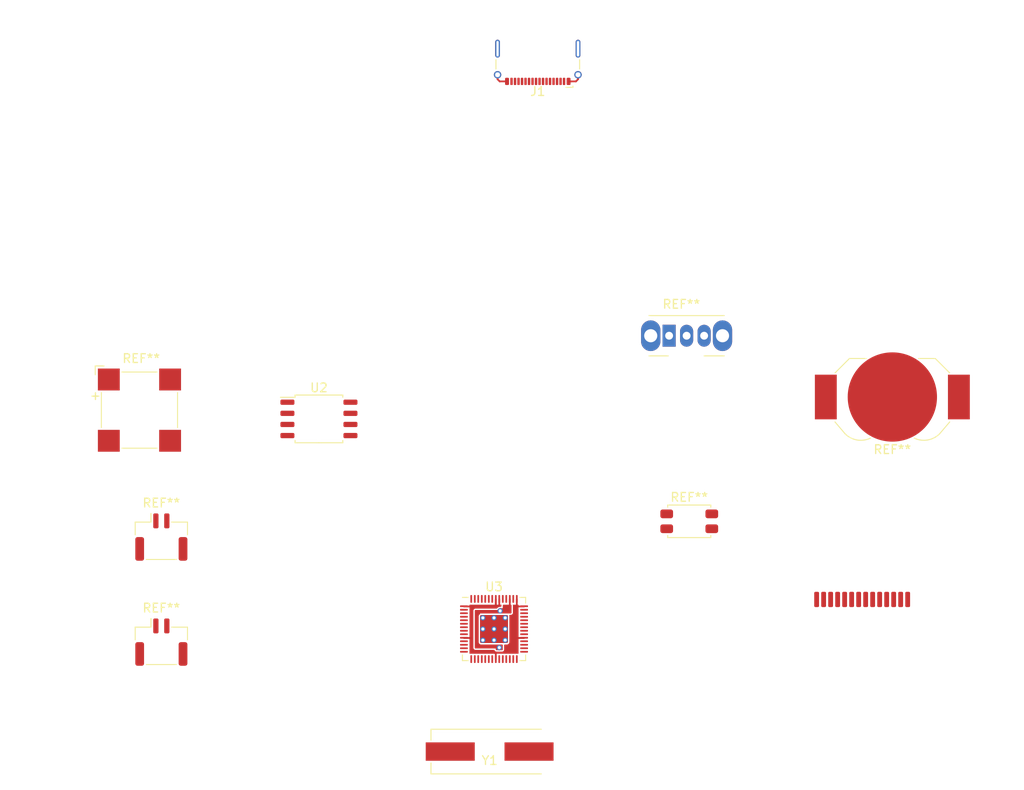
<source format=kicad_pcb>
(kicad_pcb (version 20241229) (generator "pcbnew") (generator_version "9.0")
  (layers (0 "F.Cu" signal) (2 "B.Cu" signal) (13 "F.Paste" user) (15 "B.Paste" user) (5 "F.SilkS" user "F.Silkscreen") (7 "B.SilkS" user "B.Silkscreen") (1 "F.Mask" user) (3 "B.Mask" user) (25 "Edge.Cuts" user))
  (net 0 "")
  (net 1 "+1V1")
  (net 2 "+3V3")
  (footprint "Connector_JST:JST_GH_SM02B-GHS-TB_1x02-1MP_P1.25mm_Horizontal" (layer "F.Cu") (at 127.5 79)
    (property "Reference" "REF**" (at 0 -3.9 0) (layer "F.SilkS"))
    (property "Value" "JST_GH_SM02B-GHS-TB_1x02-1MP_P1.25mm_Horizontal" (hide yes))
    (fp_line (start -2.985 -1.71) (end -1.185 -1.71) (stroke (width 0.12)) (layer "F.SilkS"))
    (fp_line (start -2.985 -0.26) (end -2.985 -1.71) (stroke (width 0.12)) (layer "F.SilkS"))
    (fp_line (start -1.715 2.56) (end 1.715 2.56) (stroke (width 0.12)) (layer "F.SilkS"))
    (fp_line (start -1.185 -1.71) (end -1.185 -2.7) (stroke (width 0.12)) (layer "F.SilkS"))
    (fp_line (start 2.985 -1.71) (end 1.185 -1.71) (stroke (width 0.12)) (layer "F.SilkS"))
    (fp_line (start 2.985 -0.26) (end 2.985 -1.71) (stroke (width 0.12)) (layer "F.SilkS"))
    (pad "1" smd roundrect (at -0.625 -1.85) (size 0.6 1.7) (layers "F.Cu" "F.Mask" "F.Paste"))
    (pad "2" smd roundrect (at 0.625 -1.85) (size 0.6 1.7) (layers "F.Cu" "F.Mask" "F.Paste"))
    (pad "MP" smd roundrect (at -2.475 1.35) (size 1 2.7) (layers "F.Cu" "F.Mask" "F.Paste"))
    (pad "MP" smd roundrect (at 2.475 1.35) (size 1 2.7) (layers "F.Cu" "F.Mask" "F.Paste"))
  )
  (footprint "custom:ST7735_P0.8mm" (layer "F.Cu") (at 207.5 71.5)
    (property "Reference" "REF**" (hide yes))
    (property "Value" "ST7735_P0.8mm")
    (pad "1" smd roundrect (at -5.15 14.625 90) (size 1.75 0.55) (layers "F.Cu" "F.Mask" "F.Paste"))
    (pad "2" smd roundrect (at -4.35 14.625 90) (size 1.75 0.55) (layers "F.Cu" "F.Mask" "F.Paste"))
    (pad "3" smd roundrect (at -3.55 14.625 90) (size 1.75 0.55) (layers "F.Cu" "F.Mask" "F.Paste"))
    (pad "4" smd roundrect (at -2.75 14.625 90) (size 1.75 0.55) (layers "F.Cu" "F.Mask" "F.Paste"))
    (pad "5" smd roundrect (at -1.95 14.625 90) (size 1.75 0.55) (layers "F.Cu" "F.Mask" "F.Paste"))
    (pad "6" smd roundrect (at -1.15 14.625 90) (size 1.75 0.55) (layers "F.Cu" "F.Mask" "F.Paste"))
    (pad "7" smd roundrect (at -0.35 14.625 90) (size 1.75 0.55) (layers "F.Cu" "F.Mask" "F.Paste"))
    (pad "8" smd roundrect (at 0.45 14.625 90) (size 1.75 0.55) (layers "F.Cu" "F.Mask" "F.Paste"))
    (pad "9" smd roundrect (at 1.25 14.625 90) (size 1.75 0.55) (layers "F.Cu" "F.Mask" "F.Paste"))
    (pad "10" smd roundrect (at 2.05 14.625 90) (size 1.75 0.55) (layers "F.Cu" "F.Mask" "F.Paste"))
    (pad "11" smd roundrect (at 2.85 14.625 90) (size 1.75 0.55) (layers "F.Cu" "F.Mask" "F.Paste"))
    (pad "12" smd roundrect (at 3.65 14.625 90) (size 1.75 0.55) (layers "F.Cu" "F.Mask" "F.Paste"))
    (pad "13" smd roundrect (at 4.45 14.625 90) (size 1.75 0.55) (layers "F.Cu" "F.Mask" "F.Paste"))
    (pad "14" smd roundrect (at 5.25 14.625 90) (size 1.75 0.55) (layers "F.Cu" "F.Mask" "F.Paste"))
  )
  (footprint "Buzzer_Beeper:MagneticBuzzer_CUI_CMT-8504-100-SMT" (layer "F.Cu") (at 125 64.5)
    (property "Reference" "REF**" (at 0.2 -5.9 0) (layer "F.SilkS"))
    (property "Value" "MagneticBuzzer_CUI_CMT-8504-100-SMT")
    (fp_line (start -5.05 -5.05) (end -4.05 -5.05) (stroke (width 0.12)) (layer "F.SilkS"))
    (fp_line (start -5.05 -4.05) (end -5.05 -5.05) (stroke (width 0.12)) (layer "F.SilkS"))
    (fp_line (start -4.35 -2) (end -4.35 2) (stroke (width 0.12)) (layer "F.SilkS"))
    (fp_line (start -2 4.35) (end 2 4.35) (stroke (width 0.12)) (layer "F.SilkS"))
    (fp_line (start 2 -4.35) (end -2 -4.35) (stroke (width 0.12)) (layer "F.SilkS"))
    (fp_line (start 4.35 2) (end 4.35 -2) (stroke (width 0.12)) (layer "F.SilkS"))
    (fp_text user "+" (at -5.1 -1.6 270) (layer "F.SilkS"))
    (pad "1" smd rect (at -3.5 -3.5 270) (size 2.5 2.5) (layers "F.Cu" "F.Mask" "F.Paste"))
    (pad "2" smd rect (at -3.5 3.5 270) (size 2.5 2.5) (layers "F.Cu" "F.Mask" "F.Paste"))
    (pad "3" smd rect (at 3.5 3.5 270) (size 2.5 2.5) (layers "F.Cu" "F.Mask" "F.Paste"))
    (pad "4" smd rect (at 3.5 -3.5 270) (size 2.5 2.5) (layers "F.Cu" "F.Mask" "F.Paste"))
  )
  (footprint "Button_Switch_THT:SW_Slide_SPDT_Angled_CK_OS102011MA1Q" (layer "F.Cu") (at 185.5 56)
    (property "Reference" "REF**" (at 1.4 -3.6 0) (layer "F.SilkS"))
    (property "Value" "SW_Slide_SPDT_Angled_CK_OS102011MA1Q")
    (fp_line (start -2.3 -2.3) (end 6.3 -2.3) (stroke (width 0.12)) (layer "F.SilkS"))
    (fp_line (start -2.3 2.3) (end -0.1 2.3) (stroke (width 0.12)) (layer "F.SilkS"))
    (fp_line (start 4 2.3) (end 6.3 2.3) (stroke (width 0.12)) (layer "F.SilkS"))
    (pad "" thru_hole oval (at -2.1 0) (size 2.2 3.5) (drill 1.5) (layers "*.Cu" "*.Mask"))
    (pad "" thru_hole oval (at 6.1 0) (size 2.2 3.5) (drill 1.5) (layers "*.Cu" "*.Mask"))
    (pad "1" thru_hole rect (at 0 0) (size 1.5 2.5) (drill 0.9) (layers "*.Cu" "*.Mask"))
    (pad "2" thru_hole oval (at 2 0) (size 1.5 2.5) (drill 0.9) (layers "*.Cu" "*.Mask"))
    (pad "3" thru_hole oval (at 4 0) (size 1.5 2.5) (drill 0.9) (layers "*.Cu" "*.Mask"))
  )
  (footprint "RP2040_minimal:Crystal_SMD_HC49-US" (layer "F.Cu") (at 165 103.5)
    (property "Reference" "Y1" (at 0 1.016 0) (layer "F.SilkS"))
    (property "Value" "ABLS-12.000MHZ-B4-T")
    (fp_line (start -6.7 -2.55) (end -6.7 -1.3) (stroke (width 0.12)) (layer "F.SilkS"))
    (fp_line (start -6.7 1.3) (end -6.7 2.55) (stroke (width 0.12)) (layer "F.SilkS"))
    (fp_line (start -6.7 2.55) (end 5.9 2.55) (stroke (width 0.12)) (layer "F.SilkS"))
    (fp_line (start 5.9 -2.55) (end -6.7 -2.55) (stroke (width 0.12)) (layer "F.SilkS"))
    (pad "1" smd rect (at -4.5 0) (size 5.6 2.1) (layers "F.Cu" "F.Mask" "F.Paste"))
    (pad "2" smd rect (at 4.5 0) (size 5.6 2.1) (layers "F.Cu" "F.Mask" "F.Paste"))
  )
  (footprint "Connector_USB:USB_C_Receptacle_G-Switch_GT-USB-7025" (layer "F.Cu") (at 170.5 23.5 180)
    (property "Reference" "J1" (at 0 -4.6 0) (layer "F.SilkS"))
    (property "Value" "USB_C_Receptacle_G-Switch_GT-USB-7025")
    (fp_line (start 4.78 -0.97) (end 4.78 -2.03) (stroke (width 0.12)) (layer "F.SilkS"))
    (fp_line (start -3.21 -4.13) (end -4.01 -4.13) (stroke (width 0.12)) (layer "F.SilkS"))
    (fp_line (start -4.01 -4.13) (end -4.01 -3.98) (stroke (width 0.12)) (layer "F.SilkS"))
    (fp_line (start -4.78 -2.03) (end -4.78 -0.97) (stroke (width 0.12)) (layer "F.SilkS"))
    (pad "A1" smd roundrect (at -3 -3.45 180) (size 0.28 0.83) (layers "F.Cu" "F.Mask" "F.Paste"))
    (pad "A4" smd roundrect (at -2.2 -3.45 180) (size 0.28 0.83) (layers "F.Cu" "F.Mask" "F.Paste"))
    (pad "A5" smd roundrect (at -1.4 -3.45 180) (size 0.28 0.83) (layers "F.Cu" "F.Mask" "F.Paste"))
    (pad "A6" smd roundrect (at -0.6 -3.45 180) (size 0.28 0.83) (layers "F.Cu" "F.Mask" "F.Paste"))
    (pad "A7" smd roundrect (at -0.2 -3.45 180) (size 0.28 0.83) (layers "F.Cu" "F.Mask" "F.Paste"))
    (pad "A8" smd roundrect (at 0.2 -3.45 180) (size 0.28 0.83) (layers "F.Cu" "F.Mask" "F.Paste"))
    (pad "A9" smd roundrect (at 1.8 -3.45 180) (size 0.28 0.83) (layers "F.Cu" "F.Mask" "F.Paste"))
    (pad "A12" smd roundrect (at 2.6 -3.45 180) (size 0.28 0.83) (layers "F.Cu" "F.Mask" "F.Paste"))
    (pad "B1" smd roundrect (at 3 -3.45 180) (size 0.28 0.83) (layers "F.Cu" "F.Mask" "F.Paste"))
    (pad "B4" smd roundrect (at 2.2 -3.45 180) (size 0.28 0.83) (layers "F.Cu" "F.Mask" "F.Paste"))
    (pad "B5" smd roundrect (at 1.4 -3.45 180) (size 0.28 0.83) (layers "F.Cu" "F.Mask" "F.Paste"))
    (pad "B6" smd roundrect (at 1 -3.45 180) (size 0.28 0.83) (layers "F.Cu" "F.Mask" "F.Paste"))
    (pad "B7" smd roundrect (at 0.6 -3.45 180) (size 0.28 0.83) (layers "F.Cu" "F.Mask" "F.Paste"))
    (pad "B8" smd roundrect (at -1 -3.45 180) (size 0.28 0.83) (layers "F.Cu" "F.Mask" "F.Paste"))
    (pad "B9" smd roundrect (at -1.8 -3.45 180) (size 0.28 0.83) (layers "F.Cu" "F.Mask" "F.Paste"))
    (pad "B12" smd roundrect (at -2.6 -3.45 180) (size 0.28 0.83) (layers "F.Cu" "F.Mask" "F.Paste"))
    (pad "GND" smd roundrect (at -3.515 -3.45 180) (size 0.45 0.83) (layers "F.Cu" "F.Mask" "F.Paste"))
    (pad "GND" smd roundrect (at 3.515 -3.45 180) (size 0.45 0.83) (layers "F.Cu" "F.Mask" "F.Paste"))
    (pad "S1" thru_hole circle (at -4.595 -2.69 180) (size 0.85 0.85) (drill 0.55) (property pad_prop_heatsink) (layers "*.Cu" "*.Mask"))
    (pad "S1" thru_hole oval (at -4.595 0.29 180) (size 0.55 2.05) (drill oval 0.25 1.75) (property pad_prop_heatsink) (layers "*.Cu" "*.Mask"))
    (pad "S1" thru_hole circle (at 4.595 -2.69 180) (size 0.85 0.85) (drill 0.55) (property pad_prop_heatsink) (layers "*.Cu" "*.Mask"))
    (pad "S1" thru_hole oval (at 4.595 0.29 180) (size 0.55 2.05) (drill oval 0.25 1.75) (property pad_prop_heatsink) (layers "*.Cu" "*.Mask"))
  )
  (footprint "Connector_JST:JST_GH_SM02B-GHS-TB_1x02-1MP_P1.25mm_Horizontal" (layer "F.Cu") (at 127.5 91)
    (property "Reference" "REF**" (at 0 -3.9 0) (layer "F.SilkS"))
    (property "Value" "JST_GH_SM02B-GHS-TB_1x02-1MP_P1.25mm_Horizontal" (hide yes))
    (fp_line (start -2.985 -1.71) (end -1.185 -1.71) (stroke (width 0.12)) (layer "F.SilkS"))
    (fp_line (start -2.985 -0.26) (end -2.985 -1.71) (stroke (width 0.12)) (layer "F.SilkS"))
    (fp_line (start -1.715 2.56) (end 1.715 2.56) (stroke (width 0.12)) (layer "F.SilkS"))
    (fp_line (start -1.185 -1.71) (end -1.185 -2.7) (stroke (width 0.12)) (layer "F.SilkS"))
    (fp_line (start 2.985 -1.71) (end 1.185 -1.71) (stroke (width 0.12)) (layer "F.SilkS"))
    (fp_line (start 2.985 -0.26) (end 2.985 -1.71) (stroke (width 0.12)) (layer "F.SilkS"))
    (pad "1" smd roundrect (at -0.625 -1.85) (size 0.6 1.7) (layers "F.Cu" "F.Mask" "F.Paste"))
    (pad "2" smd roundrect (at 0.625 -1.85) (size 0.6 1.7) (layers "F.Cu" "F.Mask" "F.Paste"))
    (pad "MP" smd roundrect (at -2.475 1.35) (size 1 2.7) (layers "F.Cu" "F.Mask" "F.Paste"))
    (pad "MP" smd roundrect (at 2.475 1.35) (size 1 2.7) (layers "F.Cu" "F.Mask" "F.Paste"))
  )
  (footprint "Button_Switch_SMD:SW_SPST_EVQP2_MiddlePushTravel_H2.5mm" (layer "F.Cu") (at 187.8 77.2)
    (property "Reference" "REF**" (at 0 -2.75 0) (layer "F.SilkS"))
    (property "Value" "SW_SPST_EVQP2_MiddlePushTravel_H2.5mm")
    (fp_line (start -2.46 -1.86) (end -2.46 -1.61) (stroke (width 0.12)) (layer "F.SilkS"))
    (fp_line (start -2.46 1.61) (end -2.46 1.86) (stroke (width 0.12)) (layer "F.SilkS"))
    (fp_line (start -2.46 1.86) (end 2.46 1.86) (stroke (width 0.12)) (layer "F.SilkS"))
    (fp_line (start 2.46 -1.86) (end -2.46 -1.86) (stroke (width 0.12)) (layer "F.SilkS"))
    (fp_line (start 2.46 -1.86) (end 2.46 -1.61) (stroke (width 0.12)) (layer "F.SilkS"))
    (fp_line (start 2.46 1.61) (end 2.46 1.86) (stroke (width 0.12)) (layer "F.SilkS"))
    (pad "1" smd roundrect (at -2.575 -0.85) (size 1.45 1) (layers "F.Cu" "F.Mask" "F.Paste"))
    (pad "1" smd roundrect (at 2.575 -0.85) (size 1.45 1) (layers "F.Cu" "F.Mask" "F.Paste"))
    (pad "2" smd roundrect (at -2.575 0.85) (size 1.45 1) (layers "F.Cu" "F.Mask" "F.Paste"))
    (pad "2" smd roundrect (at 2.575 0.85) (size 1.45 1) (layers "F.Cu" "F.Mask" "F.Paste"))
  )
  (footprint "RP2040_minimal:RP2040-QFN-56" (layer "F.Cu") (at 165.5 89.5)
    (property "Reference" "U3" (at 0 -4.82 0) (layer "F.SilkS"))
    (property "Value" "RP2040")
    (fp_line (start -3.61 3.61) (end -3.61 2.96) (stroke (width 0.12)) (layer "F.SilkS"))
    (fp_line (start -2.96 -3.61) (end -3.61 -3.61) (stroke (width 0.12)) (layer "F.SilkS"))
    (fp_line (start -2.96 3.61) (end -3.61 3.61) (stroke (width 0.12)) (layer "F.SilkS"))
    (fp_line (start 2.96 -3.61) (end 3.61 -3.61) (stroke (width 0.12)) (layer "F.SilkS"))
    (fp_line (start 2.96 3.61) (end 3.61 3.61) (stroke (width 0.12)) (layer "F.SilkS"))
    (fp_line (start 3.61 -3.61) (end 3.61 -2.96) (stroke (width 0.12)) (layer "F.SilkS"))
    (fp_line (start 3.61 3.61) (end 3.61 2.96) (stroke (width 0.12)) (layer "F.SilkS"))
    (pad "1" smd roundrect (at -3.4375 -2.6) (size 0.875 0.2) (layers "F.Cu" "F.Mask" "F.Paste"))
    (pad "2" smd roundrect (at -3.4375 -2.2) (size 0.875 0.2) (layers "F.Cu" "F.Mask" "F.Paste"))
    (pad "3" smd roundrect (at -3.4375 -1.8) (size 0.875 0.2) (layers "F.Cu" "F.Mask" "F.Paste"))
    (pad "4" smd roundrect (at -3.4375 -1.4) (size 0.875 0.2) (layers "F.Cu" "F.Mask" "F.Paste"))
    (pad "5" smd roundrect (at -3.4375 -1) (size 0.875 0.2) (layers "F.Cu" "F.Mask" "F.Paste"))
    (pad "6" smd roundrect (at -3.4375 -0.6) (size 0.875 0.2) (layers "F.Cu" "F.Mask" "F.Paste"))
    (pad "7" smd roundrect (at -3.4375 -0.2) (size 0.875 0.2) (layers "F.Cu" "F.Mask" "F.Paste"))
    (pad "8" smd roundrect (at -3.4375 0.2) (size 0.875 0.2) (layers "F.Cu" "F.Mask" "F.Paste"))
    (pad "9" smd roundrect (at -3.4375 0.6) (size 0.875 0.2) (layers "F.Cu" "F.Mask" "F.Paste"))
    (pad "10" smd roundrect (at -3.4375 1) (size 0.875 0.2) (layers "F.Cu" "F.Mask" "F.Paste"))
    (pad "11" smd roundrect (at -3.4375 1.4) (size 0.875 0.2) (layers "F.Cu" "F.Mask" "F.Paste"))
    (pad "12" smd roundrect (at -3.4375 1.8) (size 0.875 0.2) (layers "F.Cu" "F.Mask" "F.Paste"))
    (pad "13" smd roundrect (at -3.4375 2.2) (size 0.875 0.2) (layers "F.Cu" "F.Mask" "F.Paste"))
    (pad "14" smd roundrect (at -3.4375 2.6) (size 0.875 0.2) (layers "F.Cu" "F.Mask" "F.Paste"))
    (pad "15" smd roundrect (at -2.6 3.4375) (size 0.2 0.875) (layers "F.Cu" "F.Mask" "F.Paste"))
    (pad "16" smd roundrect (at -2.2 3.4375) (size 0.2 0.875) (layers "F.Cu" "F.Mask" "F.Paste"))
    (pad "17" smd roundrect (at -1.8 3.4375) (size 0.2 0.875) (layers "F.Cu" "F.Mask" "F.Paste"))
    (pad "18" smd roundrect (at -1.4 3.4375) (size 0.2 0.875) (layers "F.Cu" "F.Mask" "F.Paste"))
    (pad "19" smd roundrect (at -1 3.4375) (size 0.2 0.875) (layers "F.Cu" "F.Mask" "F.Paste"))
    (pad "20" smd roundrect (at -0.6 3.4375) (size 0.2 0.875) (layers "F.Cu" "F.Mask" "F.Paste"))
    (pad "21" smd roundrect (at -0.2 3.4375) (size 0.2 0.875) (layers "F.Cu" "F.Mask" "F.Paste"))
    (pad "22" smd roundrect (at 0.2 3.4375) (size 0.2 0.875) (layers "F.Cu" "F.Mask" "F.Paste"))
    (pad "23" smd roundrect (at 0.6 3.4375) (size 0.2 0.875) (layers "F.Cu" "F.Mask" "F.Paste"))
    (pad "24" smd roundrect (at 1 3.4375) (size 0.2 0.875) (layers "F.Cu" "F.Mask" "F.Paste"))
    (pad "25" smd roundrect (at 1.4 3.4375) (size 0.2 0.875) (layers "F.Cu" "F.Mask" "F.Paste"))
    (pad "26" smd roundrect (at 1.8 3.4375) (size 0.2 0.875) (layers "F.Cu" "F.Mask" "F.Paste"))
    (pad "27" smd roundrect (at 2.2 3.4375) (size 0.2 0.875) (layers "F.Cu" "F.Mask" "F.Paste"))
    (pad "28" smd roundrect (at 2.6 3.4375) (size 0.2 0.875) (layers "F.Cu" "F.Mask" "F.Paste"))
    (pad "29" smd roundrect (at 3.4375 2.6) (size 0.875 0.2) (layers "F.Cu" "F.Mask" "F.Paste"))
    (pad "30" smd roundrect (at 3.4375 2.2) (size 0.875 0.2) (layers "F.Cu" "F.Mask" "F.Paste"))
    (pad "31" smd roundrect (at 3.4375 1.8) (size 0.875 0.2) (layers "F.Cu" "F.Mask" "F.Paste"))
    (pad "32" smd roundrect (at 3.4375 1.4) (size 0.875 0.2) (layers "F.Cu" "F.Mask" "F.Paste"))
    (pad "33" smd roundrect (at 3.4375 1) (size 0.875 0.2) (layers "F.Cu" "F.Mask" "F.Paste"))
    (pad "34" smd roundrect (at 3.4375 0.6) (size 0.875 0.2) (layers "F.Cu" "F.Mask" "F.Paste"))
    (pad "35" smd roundrect (at 3.4375 0.2) (size 0.875 0.2) (layers "F.Cu" "F.Mask" "F.Paste"))
    (pad "36" smd roundrect (at 3.4375 -0.2) (size 0.875 0.2) (layers "F.Cu" "F.Mask" "F.Paste"))
    (pad "37" smd roundrect (at 3.4375 -0.6) (size 0.875 0.2) (layers "F.Cu" "F.Mask" "F.Paste"))
    (pad "38" smd roundrect (at 3.4375 -1) (size 0.875 0.2) (layers "F.Cu" "F.Mask" "F.Paste"))
    (pad "39" smd roundrect (at 3.4375 -1.4) (size 0.875 0.2) (layers "F.Cu" "F.Mask" "F.Paste"))
    (pad "40" smd roundrect (at 3.4375 -1.8) (size 0.875 0.2) (layers "F.Cu" "F.Mask" "F.Paste"))
    (pad "41" smd roundrect (at 3.4375 -2.2) (size 0.875 0.2) (layers "F.Cu" "F.Mask" "F.Paste"))
    (pad "42" smd roundrect (at 3.4375 -2.6) (size 0.875 0.2) (layers "F.Cu" "F.Mask" "F.Paste"))
    (pad "43" smd roundrect (at 2.6 -3.4375) (size 0.2 0.875) (layers "F.Cu" "F.Mask" "F.Paste"))
    (pad "44" smd roundrect (at 2.2 -3.4375) (size 0.2 0.875) (layers "F.Cu" "F.Mask" "F.Paste"))
    (pad "45" smd roundrect (at 1.8 -3.4375) (size 0.2 0.875) (layers "F.Cu" "F.Mask" "F.Paste"))
    (pad "46" smd roundrect (at 1.4 -3.4375) (size 0.2 0.875) (layers "F.Cu" "F.Mask" "F.Paste"))
    (pad "47" smd roundrect (at 1 -3.4375) (size 0.2 0.875) (layers "F.Cu" "F.Mask" "F.Paste"))
    (pad "48" smd roundrect (at 0.6 -3.4375) (size 0.2 0.875) (layers "F.Cu" "F.Mask" "F.Paste"))
    (pad "49" smd roundrect (at 0.2 -3.4375) (size 0.2 0.875) (layers "F.Cu" "F.Mask" "F.Paste"))
    (pad "50" smd roundrect (at -0.2 -3.4375) (size 0.2 0.875) (layers "F.Cu" "F.Mask" "F.Paste"))
    (pad "51" smd roundrect (at -0.6 -3.4375) (size 0.2 0.875) (layers "F.Cu" "F.Mask" "F.Paste"))
    (pad "52" smd roundrect (at -1 -3.4375) (size 0.2 0.875) (layers "F.Cu" "F.Mask" "F.Paste"))
    (pad "53" smd roundrect (at -1.4 -3.4375) (size 0.2 0.875) (layers "F.Cu" "F.Mask" "F.Paste"))
    (pad "54" smd roundrect (at -1.8 -3.4375) (size 0.2 0.875) (layers "F.Cu" "F.Mask" "F.Paste"))
    (pad "55" smd roundrect (at -2.2 -3.4375) (size 0.2 0.875) (layers "F.Cu" "F.Mask" "F.Paste"))
    (pad "56" smd roundrect (at -2.6 -3.4375) (size 0.2 0.875) (layers "F.Cu" "F.Mask" "F.Paste"))
    (pad "57" thru_hole circle (at -1.275 -1.275) (size 0.6 0.6) (drill 0.35) (layers "*.Cu"))
    (pad "57" thru_hole circle (at -1.275 0) (size 0.6 0.6) (drill 0.35) (layers "*.Cu"))
    (pad "57" thru_hole circle (at -1.275 1.275) (size 0.6 0.6) (drill 0.35) (layers "*.Cu"))
    (pad "57" thru_hole circle (at 0 -1.275) (size 0.6 0.6) (drill 0.35) (layers "*.Cu"))
    (pad "57" thru_hole circle (at 0 0) (size 0.6 0.6) (drill 0.35) (layers "*.Cu"))
    (pad "57" smd roundrect (at 0 0) (size 3.2 3.2) (layers "F.Cu" "F.Mask") (roundrect_rratio 0.045))
    (pad "57" thru_hole circle (at 0 1.275) (size 0.6 0.6) (drill 0.35) (layers "*.Cu"))
    (pad "57" thru_hole circle (at 1.275 -1.275) (size 0.6 0.6) (drill 0.35) (layers "*.Cu"))
    (pad "57" thru_hole circle (at 1.275 0) (size 0.6 0.6) (drill 0.35) (layers "*.Cu"))
    (pad "57" thru_hole circle (at 1.275 1.275) (size 0.6 0.6) (drill 0.35) (layers "*.Cu"))
  )
  (footprint "Package_SO:SOIC-8_5.23x5.23mm_P1.27mm" (layer "F.Cu") (at 145.5 65.5)
    (property "Reference" "U2" (at 0 -3.56 0) (layer "F.SilkS"))
    (property "Value" "W25Q128JVS")
    (fp_line (start -2.725 -2.725) (end -2.725 -2.465) (stroke (width 0.12)) (layer "F.SilkS"))
    (fp_line (start -2.725 -2.465) (end -4.4 -2.465) (stroke (width 0.12)) (layer "F.SilkS"))
    (fp_line (start -2.725 2.725) (end -2.725 2.465) (stroke (width 0.12)) (layer "F.SilkS"))
    (fp_line (start 0 -2.725) (end -2.725 -2.725) (stroke (width 0.12)) (layer "F.SilkS"))
    (fp_line (start 0 -2.725) (end 2.725 -2.725) (stroke (width 0.12)) (layer "F.SilkS"))
    (fp_line (start 0 2.725) (end -2.725 2.725) (stroke (width 0.12)) (layer "F.SilkS"))
    (fp_line (start 0 2.725) (end 2.725 2.725) (stroke (width 0.12)) (layer "F.SilkS"))
    (fp_line (start 2.725 -2.725) (end 2.725 -2.465) (stroke (width 0.12)) (layer "F.SilkS"))
    (fp_line (start 2.725 2.725) (end 2.725 2.465) (stroke (width 0.12)) (layer "F.SilkS"))
    (pad "1" smd roundrect (at -3.6 -1.905) (size 1.6 0.6) (layers "F.Cu" "F.Mask" "F.Paste"))
    (pad "2" smd roundrect (at -3.6 -0.635) (size 1.6 0.6) (layers "F.Cu" "F.Mask" "F.Paste"))
    (pad "3" smd roundrect (at -3.6 0.635) (size 1.6 0.6) (layers "F.Cu" "F.Mask" "F.Paste"))
    (pad "4" smd roundrect (at -3.6 1.905) (size 1.6 0.6) (layers "F.Cu" "F.Mask" "F.Paste"))
    (pad "5" smd roundrect (at 3.6 1.905) (size 1.6 0.6) (layers "F.Cu" "F.Mask" "F.Paste"))
    (pad "6" smd roundrect (at 3.6 0.635) (size 1.6 0.6) (layers "F.Cu" "F.Mask" "F.Paste"))
    (pad "7" smd roundrect (at 3.6 -0.635) (size 1.6 0.6) (layers "F.Cu" "F.Mask" "F.Paste"))
    (pad "8" smd roundrect (at 3.6 -1.905) (size 1.6 0.6) (layers "F.Cu" "F.Mask" "F.Paste"))
  )
  (footprint "Battery:BatteryHolder_LINX_BAT-HLD-012-SMT" (layer "F.Cu") (at 211 63)
    (property "Reference" "REF**" (at 0 6 0) (layer "F.SilkS"))
    (property "Value" "BatteryHolder_LINX_BAT-HLD-012-SMT")
    (fp_line (start -6.55 -2.75) (end -4.9 -4.4) (stroke (width 0.12)) (layer "F.SilkS"))
    (fp_line (start -6.55 2.85) (end -5.4 4.2) (stroke (width 0.12)) (layer "F.SilkS"))
    (fp_line (start -4.9 -4.4) (end -3 -4.4) (stroke (width 0.12)) (layer "F.SilkS"))
    (fp_line (start 4.9 -4.4) (end 3 -4.4) (stroke (width 0.12)) (layer "F.SilkS"))
    (fp_line (start 4.9 -4.4) (end 6.55 -2.75) (stroke (width 0.12)) (layer "F.SilkS"))
    (fp_line (start 6.55 2.85) (end 5.4 4.2) (stroke (width 0.12)) (layer "F.SilkS"))
    (fp_arc (start -2.504098 4.697607) (mid -4.031094 4.908816) (end -5.4 4.2) (stroke (width 0.12)) (layer "F.SilkS"))
    (fp_arc (start 5.4 4.2) (mid 4.029781 4.909041) (end 2.501694 4.696459) (stroke (width 0.12)) (layer "F.SilkS"))
    (pad "1" smd rect (at -7.6 0) (size 2.5 5.1) (layers "F.Cu" "F.Mask" "F.Paste"))
    (pad "1" smd rect (at 7.6 0) (size 2.5 5.1) (layers "F.Cu" "F.Mask" "F.Paste"))
    (pad "2" smd circle (at 0 0) (size 10.2 10.2) (layers "F.Cu" "F.Mask"))
  )
  (segment (start 174.295258 26.95) (end 174.015 26.95) (width 0.2) (layer "F.Cu") (net 0))
  (segment (start 166.15 26.95) (end 166.985 26.95) (width 0.2) (layer "F.Cu") (net 0))
  (segment (start 175.095 26.19) (end 175.095 26.705) (width 0.2) (layer "F.Cu") (net 0))
  (segment (start 174.904008 26.895992) (end 174.85 26.95) (width 0.2) (layer "F.Cu") (net 0))
  (segment (start 175.095 26.705) (end 174.904008 26.895992) (width 0.2) (layer "F.Cu") (net 0))
  (segment (start 174.85 26.95) (end 174.295258 26.95) (width 0.2) (layer "F.Cu") (net 0))
  (segment (start 165.905 26.705) (end 166.15 26.95) (width 0.2) (layer "F.Cu") (net 0))
  (segment (start 165.905 26.19) (end 165.905 26.705) (width 0.2) (layer "F.Cu") (net 0))
  (segment (start 166 87.425) (end 166.2 87.425) (width 0.15) (layer "F.Cu") (net 1))
  (segment (start 165.9 87.525) (end 166 87.425) (width 0.15) (layer "F.Cu") (net 1))
  (segment (start 167.3 86.0875) (end 167.3 86.925) (width 0.2) (layer "F.Cu") (net 1))
  (via (at 166.09997 91.625) (size 0.6) (drill 0.35) (layers "F.Cu" "B.Cu") (net 1))
  (via (at 166.2 87.425) (size 0.6) (drill 0.35) (layers "F.Cu" "B.Cu") (net 1))
  (segment (start 165.7 92.325) (end 165.5 92.125) (width 0.2) (layer "F.Cu") (net 2))
  (segment (start 168.9375 86.925) (end 168.1 86.925) (width 0.2) (layer "F.Cu") (net 2))
  (segment (start 165.7 86.925) (end 165.7 86.525) (width 0.2) (layer "F.Cu") (net 2))
  (segment (start 162.0625 90.525) (end 162.9 90.525) (width 0.2) (layer "F.Cu") (net 2))
  (segment (start 168.1 86.0875) (end 168.1 86.925) (width 0.2) (layer "F.Cu") (net 2))
  (segment (start 162.0625 86.925) (end 162.9 86.925) (width 0.2) (layer "F.Cu") (net 2))
  (segment (start 165.7 92.9625) (end 165.7 92.325) (width 0.2) (layer "F.Cu") (net 2))
  (segment (start 168.9375 90.525) (end 168.1 90.525) (width 0.2) (layer "F.Cu") (net 2))
  (segment (start 165.7 86.0875) (end 165.7 86.925) (width 0.2) (layer "F.Cu") (net 2))
  (segment (start 166.1 86.0875) (end 166.1 86.725) (width 0.2) (layer "F.Cu") (net 2))
  (zone (net 1) (net_name "+1V1") (layer "F.Cu") (priority 1) (connect_pads yes (clearance 0.15)) (min_thickness 0.15) (fill yes (thermal_gap 0.508) (thermal_bridge_width 0.508))
    (polygon (pts (xy 167.5 87.725) (xy 163.9 87.725) (xy 163.9 91.125) (xy 166.5 91.125) (xy 166.5 91.925) (xy 165.7 91.925) (xy 165.7 91.725) (xy 163.3 91.725) (xy 163.3 87.325) (xy 166.1 87.325) (xy 166.1 87.125) (xy 166.5 87.125) (xy 166.5 86.725) (xy 167.5 86.725)))
  )
  (zone (net 2) (net_name "+3V3") (layer "F.Cu") (connect_pads yes (clearance 0.15)) (min_thickness 0.15) (fill yes (thermal_gap 0.508) (thermal_bridge_width 0.508))
    (polygon (pts (xy 168.3 92.325) (xy 162.7 92.325) (xy 162.7 86.725) (xy 165.5 86.725) (xy 166.3 86.725) (xy 168.3 86.725)))
  )
)
</source>
